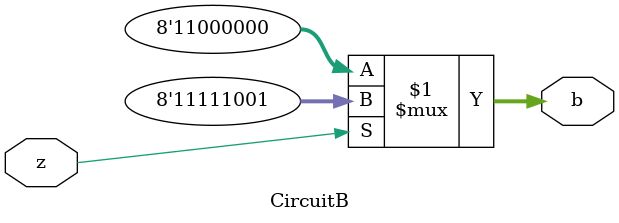
<source format=v>
module CircuitB (
    input  wire z,          
    output [7:0] b      
);
   
	assign b = z? 8'b11111001 : 8'b11000000;
	
endmodule

</source>
